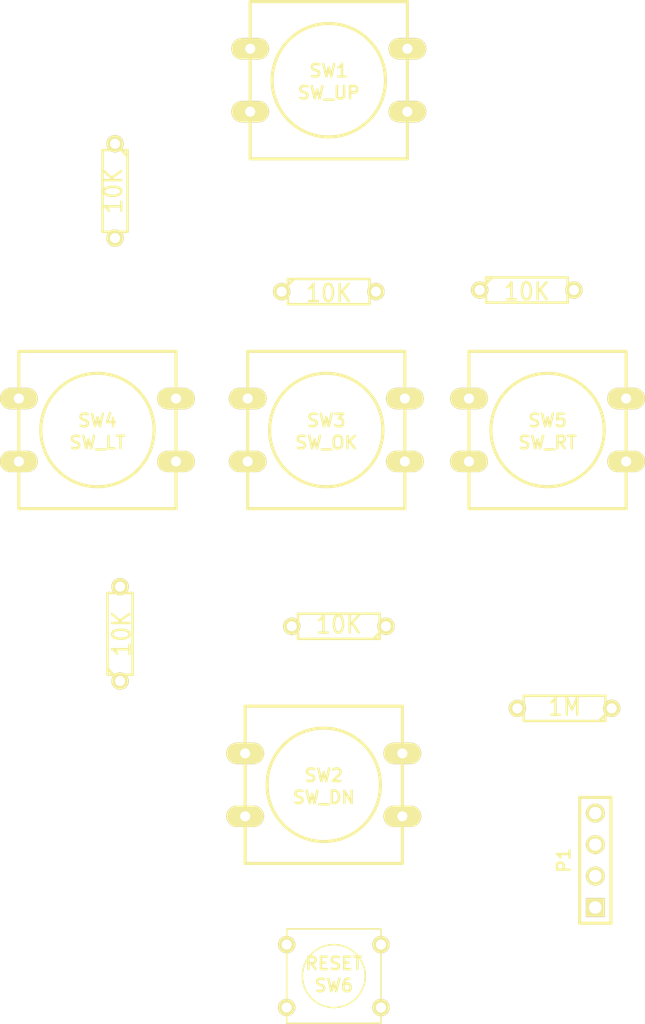
<source format=kicad_pcb>
(kicad_pcb (version 3) (host pcbnew "(2013-mar-13)-testing")

  (general
    (links 32)
    (no_connects 32)
    (area 182.2958 35.128199 234.9246 118.325901)
    (thickness 1.6)
    (drawings 0)
    (tracks 0)
    (zones 0)
    (modules 13)
    (nets 9)
  )

  (page A4)
  (layers
    (15 F.Cu signal)
    (0 B.Cu signal)
    (16 B.Adhes user)
    (17 F.Adhes user)
    (18 B.Paste user)
    (19 F.Paste user)
    (20 B.SilkS user)
    (21 F.SilkS user)
    (22 B.Mask user)
    (23 F.Mask user)
    (24 Dwgs.User user)
    (25 Cmts.User user)
    (26 Eco1.User user)
    (27 Eco2.User user)
    (28 Edge.Cuts user)
  )

  (setup
    (last_trace_width 0.254)
    (trace_clearance 0.254)
    (zone_clearance 0.508)
    (zone_45_only no)
    (trace_min 0.254)
    (segment_width 0.2)
    (edge_width 0.1)
    (via_size 0.889)
    (via_drill 0.635)
    (via_min_size 0.889)
    (via_min_drill 0.508)
    (uvia_size 0.508)
    (uvia_drill 0.127)
    (uvias_allowed no)
    (uvia_min_size 0.508)
    (uvia_min_drill 0.127)
    (pcb_text_width 0.3)
    (pcb_text_size 1.5 1.5)
    (mod_edge_width 0.15)
    (mod_text_size 1 1)
    (mod_text_width 0.15)
    (pad_size 1.5 1.5)
    (pad_drill 0.6)
    (pad_to_mask_clearance 0)
    (aux_axis_origin 0 0)
    (visible_elements FFFFFF7F)
    (pcbplotparams
      (layerselection 3178497)
      (usegerberextensions true)
      (excludeedgelayer true)
      (linewidth 0.150000)
      (plotframeref false)
      (viasonmask false)
      (mode 1)
      (useauxorigin false)
      (hpglpennumber 1)
      (hpglpenspeed 20)
      (hpglpendiameter 15)
      (hpglpenoverlay 2)
      (psnegative false)
      (psa4output false)
      (plotreference true)
      (plotvalue true)
      (plotothertext true)
      (plotinvisibletext false)
      (padsonsilk false)
      (subtractmaskfromsilk false)
      (outputformat 1)
      (mirror false)
      (drillshape 1)
      (scaleselection 1)
      (outputdirectory ""))
  )

  (net 0 "")
  (net 1 /SW)
  (net 2 GND)
  (net 3 N-000001)
  (net 4 N-000002)
  (net 5 N-000003)
  (net 6 N-000004)
  (net 7 N-000005)
  (net 8 N-000006)

  (net_class Default "This is the default net class."
    (clearance 0.254)
    (trace_width 0.254)
    (via_dia 0.889)
    (via_drill 0.635)
    (uvia_dia 0.508)
    (uvia_drill 0.127)
    (add_net "")
    (add_net /SW)
    (add_net GND)
    (add_net N-000001)
    (add_net N-000002)
    (add_net N-000003)
    (add_net N-000004)
    (add_net N-000005)
    (add_net N-000006)
  )

  (module PIN_ARRAY_4x1 (layer F.Cu) (tedit 4C10F42E) (tstamp 53040661)
    (at 230.6574 104.8512 90)
    (descr "Double rangee de contacts 2 x 5 pins")
    (tags CONN)
    (path /53040325)
    (fp_text reference P1 (at 0 -2.54 90) (layer F.SilkS)
      (effects (font (size 1.016 1.016) (thickness 0.2032)))
    )
    (fp_text value CONN_4 (at 0 2.54 90) (layer F.SilkS) hide
      (effects (font (size 1.016 1.016) (thickness 0.2032)))
    )
    (fp_line (start 5.08 1.27) (end -5.08 1.27) (layer F.SilkS) (width 0.254))
    (fp_line (start 5.08 -1.27) (end -5.08 -1.27) (layer F.SilkS) (width 0.254))
    (fp_line (start -5.08 -1.27) (end -5.08 1.27) (layer F.SilkS) (width 0.254))
    (fp_line (start 5.08 1.27) (end 5.08 -1.27) (layer F.SilkS) (width 0.254))
    (pad 1 thru_hole rect (at -3.81 0 90) (size 1.524 1.524) (drill 1.016)
      (layers *.Cu *.Mask F.SilkS)
      (net 3 N-000001)
    )
    (pad 2 thru_hole circle (at -1.27 0 90) (size 1.524 1.524) (drill 1.016)
      (layers *.Cu *.Mask F.SilkS)
      (net 1 /SW)
    )
    (pad 3 thru_hole circle (at 1.27 0 90) (size 1.524 1.524) (drill 1.016)
      (layers *.Cu *.Mask F.SilkS)
      (net 2 GND)
    )
    (pad 4 thru_hole circle (at 3.81 0 90) (size 1.524 1.524) (drill 1.016)
      (layers *.Cu *.Mask F.SilkS)
      (net 6 N-000004)
    )
    (model pin_array\pins_array_4x1.wrl
      (at (xyz 0 0 0))
      (scale (xyz 1 1 1))
      (rotate (xyz 0 0 0))
    )
  )

  (module R3 (layer F.Cu) (tedit 4E4C0E65) (tstamp 5304066F)
    (at 228.1682 92.583 180)
    (descr "Resitance 3 pas")
    (tags R)
    (path /5303F9C3)
    (autoplace_cost180 10)
    (fp_text reference R1 (at 0 0.127 180) (layer F.SilkS) hide
      (effects (font (size 1.397 1.27) (thickness 0.2032)))
    )
    (fp_text value 1M (at 0 0.127 180) (layer F.SilkS)
      (effects (font (size 1.397 1.27) (thickness 0.2032)))
    )
    (fp_line (start -3.81 0) (end -3.302 0) (layer F.SilkS) (width 0.2032))
    (fp_line (start 3.81 0) (end 3.302 0) (layer F.SilkS) (width 0.2032))
    (fp_line (start 3.302 0) (end 3.302 -1.016) (layer F.SilkS) (width 0.2032))
    (fp_line (start 3.302 -1.016) (end -3.302 -1.016) (layer F.SilkS) (width 0.2032))
    (fp_line (start -3.302 -1.016) (end -3.302 1.016) (layer F.SilkS) (width 0.2032))
    (fp_line (start -3.302 1.016) (end 3.302 1.016) (layer F.SilkS) (width 0.2032))
    (fp_line (start 3.302 1.016) (end 3.302 0) (layer F.SilkS) (width 0.2032))
    (fp_line (start -3.302 -0.508) (end -2.794 -1.016) (layer F.SilkS) (width 0.2032))
    (pad 1 thru_hole circle (at -3.81 0 180) (size 1.397 1.397) (drill 0.8128)
      (layers *.Cu *.Mask F.SilkS)
      (net 1 /SW)
    )
    (pad 2 thru_hole circle (at 3.81 0 180) (size 1.397 1.397) (drill 0.8128)
      (layers *.Cu *.Mask F.SilkS)
      (net 2 GND)
    )
    (model discret/resistor.wrl
      (at (xyz 0 0 0))
      (scale (xyz 0.3 0.3 0.3))
      (rotate (xyz 0 0 0))
    )
  )

  (module R3 (layer F.Cu) (tedit 53040803) (tstamp 5304067D)
    (at 191.8462 50.8 270)
    (descr "Resitance 3 pas")
    (tags R)
    (path /5304004E)
    (autoplace_cost180 10)
    (fp_text reference R2 (at 0 0.127 270) (layer F.SilkS) hide
      (effects (font (size 1.397 1.27) (thickness 0.2032)))
    )
    (fp_text value 10K (at 0 0.127 450) (layer F.SilkS)
      (effects (font (size 1.397 1.27) (thickness 0.2032)))
    )
    (fp_line (start -3.81 0) (end -3.302 0) (layer F.SilkS) (width 0.2032))
    (fp_line (start 3.81 0) (end 3.302 0) (layer F.SilkS) (width 0.2032))
    (fp_line (start 3.302 0) (end 3.302 -1.016) (layer F.SilkS) (width 0.2032))
    (fp_line (start 3.302 -1.016) (end -3.302 -1.016) (layer F.SilkS) (width 0.2032))
    (fp_line (start -3.302 -1.016) (end -3.302 1.016) (layer F.SilkS) (width 0.2032))
    (fp_line (start -3.302 1.016) (end 3.302 1.016) (layer F.SilkS) (width 0.2032))
    (fp_line (start 3.302 1.016) (end 3.302 0) (layer F.SilkS) (width 0.2032))
    (fp_line (start -3.302 -0.508) (end -2.794 -1.016) (layer F.SilkS) (width 0.2032))
    (pad 1 thru_hole circle (at -3.81 0 270) (size 1.397 1.397) (drill 0.8128)
      (layers *.Cu *.Mask F.SilkS)
      (net 3 N-000001)
    )
    (pad 2 thru_hole circle (at 3.81 0 270) (size 1.397 1.397) (drill 0.8128)
      (layers *.Cu *.Mask F.SilkS)
      (net 4 N-000002)
    )
    (model discret/resistor.wrl
      (at (xyz 0 0 0))
      (scale (xyz 0.3 0.3 0.3))
      (rotate (xyz 0 0 0))
    )
  )

  (module R3 (layer F.Cu) (tedit 4E4C0E65) (tstamp 5304068B)
    (at 209.931 85.9536 180)
    (descr "Resitance 3 pas")
    (tags R)
    (path /53040045)
    (autoplace_cost180 10)
    (fp_text reference R3 (at 0 0.127 180) (layer F.SilkS) hide
      (effects (font (size 1.397 1.27) (thickness 0.2032)))
    )
    (fp_text value 10K (at 0 0.127 180) (layer F.SilkS)
      (effects (font (size 1.397 1.27) (thickness 0.2032)))
    )
    (fp_line (start -3.81 0) (end -3.302 0) (layer F.SilkS) (width 0.2032))
    (fp_line (start 3.81 0) (end 3.302 0) (layer F.SilkS) (width 0.2032))
    (fp_line (start 3.302 0) (end 3.302 -1.016) (layer F.SilkS) (width 0.2032))
    (fp_line (start 3.302 -1.016) (end -3.302 -1.016) (layer F.SilkS) (width 0.2032))
    (fp_line (start -3.302 -1.016) (end -3.302 1.016) (layer F.SilkS) (width 0.2032))
    (fp_line (start -3.302 1.016) (end 3.302 1.016) (layer F.SilkS) (width 0.2032))
    (fp_line (start 3.302 1.016) (end 3.302 0) (layer F.SilkS) (width 0.2032))
    (fp_line (start -3.302 -0.508) (end -2.794 -1.016) (layer F.SilkS) (width 0.2032))
    (pad 1 thru_hole circle (at -3.81 0 180) (size 1.397 1.397) (drill 0.8128)
      (layers *.Cu *.Mask F.SilkS)
      (net 4 N-000002)
    )
    (pad 2 thru_hole circle (at 3.81 0 180) (size 1.397 1.397) (drill 0.8128)
      (layers *.Cu *.Mask F.SilkS)
      (net 8 N-000006)
    )
    (model discret/resistor.wrl
      (at (xyz 0 0 0))
      (scale (xyz 0.3 0.3 0.3))
      (rotate (xyz 0 0 0))
    )
  )

  (module R3 (layer F.Cu) (tedit 4E4C0E65) (tstamp 53040699)
    (at 192.2526 86.5632 90)
    (descr "Resitance 3 pas")
    (tags R)
    (path /5304003A)
    (autoplace_cost180 10)
    (fp_text reference R4 (at 0 0.127 90) (layer F.SilkS) hide
      (effects (font (size 1.397 1.27) (thickness 0.2032)))
    )
    (fp_text value 10K (at 0 0.127 90) (layer F.SilkS)
      (effects (font (size 1.397 1.27) (thickness 0.2032)))
    )
    (fp_line (start -3.81 0) (end -3.302 0) (layer F.SilkS) (width 0.2032))
    (fp_line (start 3.81 0) (end 3.302 0) (layer F.SilkS) (width 0.2032))
    (fp_line (start 3.302 0) (end 3.302 -1.016) (layer F.SilkS) (width 0.2032))
    (fp_line (start 3.302 -1.016) (end -3.302 -1.016) (layer F.SilkS) (width 0.2032))
    (fp_line (start -3.302 -1.016) (end -3.302 1.016) (layer F.SilkS) (width 0.2032))
    (fp_line (start -3.302 1.016) (end 3.302 1.016) (layer F.SilkS) (width 0.2032))
    (fp_line (start 3.302 1.016) (end 3.302 0) (layer F.SilkS) (width 0.2032))
    (fp_line (start -3.302 -0.508) (end -2.794 -1.016) (layer F.SilkS) (width 0.2032))
    (pad 1 thru_hole circle (at -3.81 0 90) (size 1.397 1.397) (drill 0.8128)
      (layers *.Cu *.Mask F.SilkS)
      (net 8 N-000006)
    )
    (pad 2 thru_hole circle (at 3.81 0 90) (size 1.397 1.397) (drill 0.8128)
      (layers *.Cu *.Mask F.SilkS)
      (net 7 N-000005)
    )
    (model discret/resistor.wrl
      (at (xyz 0 0 0))
      (scale (xyz 0.3 0.3 0.3))
      (rotate (xyz 0 0 0))
    )
  )

  (module R3 (layer F.Cu) (tedit 4E4C0E65) (tstamp 530406A7)
    (at 209.1182 58.928)
    (descr "Resitance 3 pas")
    (tags R)
    (path /53040032)
    (autoplace_cost180 10)
    (fp_text reference R5 (at 0 0.127) (layer F.SilkS) hide
      (effects (font (size 1.397 1.27) (thickness 0.2032)))
    )
    (fp_text value 10K (at 0 0.127) (layer F.SilkS)
      (effects (font (size 1.397 1.27) (thickness 0.2032)))
    )
    (fp_line (start -3.81 0) (end -3.302 0) (layer F.SilkS) (width 0.2032))
    (fp_line (start 3.81 0) (end 3.302 0) (layer F.SilkS) (width 0.2032))
    (fp_line (start 3.302 0) (end 3.302 -1.016) (layer F.SilkS) (width 0.2032))
    (fp_line (start 3.302 -1.016) (end -3.302 -1.016) (layer F.SilkS) (width 0.2032))
    (fp_line (start -3.302 -1.016) (end -3.302 1.016) (layer F.SilkS) (width 0.2032))
    (fp_line (start -3.302 1.016) (end 3.302 1.016) (layer F.SilkS) (width 0.2032))
    (fp_line (start 3.302 1.016) (end 3.302 0) (layer F.SilkS) (width 0.2032))
    (fp_line (start -3.302 -0.508) (end -2.794 -1.016) (layer F.SilkS) (width 0.2032))
    (pad 1 thru_hole circle (at -3.81 0) (size 1.397 1.397) (drill 0.8128)
      (layers *.Cu *.Mask F.SilkS)
      (net 7 N-000005)
    )
    (pad 2 thru_hole circle (at 3.81 0) (size 1.397 1.397) (drill 0.8128)
      (layers *.Cu *.Mask F.SilkS)
      (net 5 N-000003)
    )
    (model discret/resistor.wrl
      (at (xyz 0 0 0))
      (scale (xyz 0.3 0.3 0.3))
      (rotate (xyz 0 0 0))
    )
  )

  (module R3 (layer F.Cu) (tedit 530407D7) (tstamp 53040A13)
    (at 225.1202 58.801)
    (descr "Resitance 3 pas")
    (tags R)
    (path /5303FB7E)
    (autoplace_cost180 10)
    (fp_text reference R10 (at 0 0.127) (layer F.SilkS) hide
      (effects (font (size 1.397 1.27) (thickness 0.2032)))
    )
    (fp_text value 10K (at 0 0.127) (layer F.SilkS)
      (effects (font (size 1.397 1.27) (thickness 0.2032)))
    )
    (fp_line (start -3.81 0) (end -3.302 0) (layer F.SilkS) (width 0.2032))
    (fp_line (start 3.81 0) (end 3.302 0) (layer F.SilkS) (width 0.2032))
    (fp_line (start 3.302 0) (end 3.302 -1.016) (layer F.SilkS) (width 0.2032))
    (fp_line (start 3.302 -1.016) (end -3.302 -1.016) (layer F.SilkS) (width 0.2032))
    (fp_line (start -3.302 -1.016) (end -3.302 1.016) (layer F.SilkS) (width 0.2032))
    (fp_line (start -3.302 1.016) (end 3.302 1.016) (layer F.SilkS) (width 0.2032))
    (fp_line (start 3.302 1.016) (end 3.302 0) (layer F.SilkS) (width 0.2032))
    (fp_line (start -3.302 -0.508) (end -2.794 -1.016) (layer F.SilkS) (width 0.2032))
    (pad 1 thru_hole circle (at -3.81 0) (size 1.397 1.397) (drill 0.8128)
      (layers *.Cu *.Mask F.SilkS)
      (net 5 N-000003)
    )
    (pad 2 thru_hole circle (at 3.81 0) (size 1.397 1.397) (drill 0.8128)
      (layers *.Cu *.Mask F.SilkS)
      (net 2 GND)
    )
    (model discret/resistor.wrl
      (at (xyz 0 0 0))
      (scale (xyz 0.3 0.3 0.3))
      (rotate (xyz 0 0 0))
    )
  )

  (module SW_PUSH-12mm (layer F.Cu) (tedit 4C612761) (tstamp 530406C2)
    (at 209.1182 41.8592)
    (path /5303F58A)
    (fp_text reference SW1 (at 0 -0.762) (layer F.SilkS)
      (effects (font (size 1.016 1.016) (thickness 0.2032)))
    )
    (fp_text value SW_UP (at 0 1.016) (layer F.SilkS)
      (effects (font (size 1.016 1.016) (thickness 0.2032)))
    )
    (fp_circle (center 0 0) (end 3.81 2.54) (layer F.SilkS) (width 0.254))
    (fp_line (start -6.35 -6.35) (end 6.35 -6.35) (layer F.SilkS) (width 0.254))
    (fp_line (start 6.35 -6.35) (end 6.35 6.35) (layer F.SilkS) (width 0.254))
    (fp_line (start 6.35 6.35) (end -6.35 6.35) (layer F.SilkS) (width 0.254))
    (fp_line (start -6.35 6.35) (end -6.35 -6.35) (layer F.SilkS) (width 0.254))
    (pad 1 thru_hole oval (at 6.35 -2.54) (size 3.048 1.7272) (drill 0.8128)
      (layers *.Cu *.Mask F.SilkS)
      (net 3 N-000001)
    )
    (pad 2 thru_hole oval (at 6.35 2.54) (size 3.048 1.7272) (drill 0.8128)
      (layers *.Cu *.Mask F.SilkS)
      (net 1 /SW)
    )
    (pad 1 thru_hole oval (at -6.35 -2.54) (size 3.048 1.7272) (drill 0.8128)
      (layers *.Cu *.Mask F.SilkS)
      (net 3 N-000001)
    )
    (pad 2 thru_hole oval (at -6.35 2.54) (size 3.048 1.7272) (drill 0.8128)
      (layers *.Cu *.Mask F.SilkS)
      (net 1 /SW)
    )
  )

  (module SW_PUSH-12mm (layer F.Cu) (tedit 4C612761) (tstamp 530406CF)
    (at 208.7118 98.7552)
    (path /5303F7D6)
    (fp_text reference SW2 (at 0 -0.762) (layer F.SilkS)
      (effects (font (size 1.016 1.016) (thickness 0.2032)))
    )
    (fp_text value SW_DN (at 0 1.016) (layer F.SilkS)
      (effects (font (size 1.016 1.016) (thickness 0.2032)))
    )
    (fp_circle (center 0 0) (end 3.81 2.54) (layer F.SilkS) (width 0.254))
    (fp_line (start -6.35 -6.35) (end 6.35 -6.35) (layer F.SilkS) (width 0.254))
    (fp_line (start 6.35 -6.35) (end 6.35 6.35) (layer F.SilkS) (width 0.254))
    (fp_line (start 6.35 6.35) (end -6.35 6.35) (layer F.SilkS) (width 0.254))
    (fp_line (start -6.35 6.35) (end -6.35 -6.35) (layer F.SilkS) (width 0.254))
    (pad 1 thru_hole oval (at 6.35 -2.54) (size 3.048 1.7272) (drill 0.8128)
      (layers *.Cu *.Mask F.SilkS)
      (net 4 N-000002)
    )
    (pad 2 thru_hole oval (at 6.35 2.54) (size 3.048 1.7272) (drill 0.8128)
      (layers *.Cu *.Mask F.SilkS)
      (net 1 /SW)
    )
    (pad 1 thru_hole oval (at -6.35 -2.54) (size 3.048 1.7272) (drill 0.8128)
      (layers *.Cu *.Mask F.SilkS)
      (net 4 N-000002)
    )
    (pad 2 thru_hole oval (at -6.35 2.54) (size 3.048 1.7272) (drill 0.8128)
      (layers *.Cu *.Mask F.SilkS)
      (net 1 /SW)
    )
  )

  (module SW_PUSH-12mm (layer F.Cu) (tedit 4C612761) (tstamp 530406DC)
    (at 208.915 70.104)
    (path /5303F7F8)
    (fp_text reference SW3 (at 0 -0.762) (layer F.SilkS)
      (effects (font (size 1.016 1.016) (thickness 0.2032)))
    )
    (fp_text value SW_OK (at 0 1.016) (layer F.SilkS)
      (effects (font (size 1.016 1.016) (thickness 0.2032)))
    )
    (fp_circle (center 0 0) (end 3.81 2.54) (layer F.SilkS) (width 0.254))
    (fp_line (start -6.35 -6.35) (end 6.35 -6.35) (layer F.SilkS) (width 0.254))
    (fp_line (start 6.35 -6.35) (end 6.35 6.35) (layer F.SilkS) (width 0.254))
    (fp_line (start 6.35 6.35) (end -6.35 6.35) (layer F.SilkS) (width 0.254))
    (fp_line (start -6.35 6.35) (end -6.35 -6.35) (layer F.SilkS) (width 0.254))
    (pad 1 thru_hole oval (at 6.35 -2.54) (size 3.048 1.7272) (drill 0.8128)
      (layers *.Cu *.Mask F.SilkS)
      (net 8 N-000006)
    )
    (pad 2 thru_hole oval (at 6.35 2.54) (size 3.048 1.7272) (drill 0.8128)
      (layers *.Cu *.Mask F.SilkS)
      (net 1 /SW)
    )
    (pad 1 thru_hole oval (at -6.35 -2.54) (size 3.048 1.7272) (drill 0.8128)
      (layers *.Cu *.Mask F.SilkS)
      (net 8 N-000006)
    )
    (pad 2 thru_hole oval (at -6.35 2.54) (size 3.048 1.7272) (drill 0.8128)
      (layers *.Cu *.Mask F.SilkS)
      (net 1 /SW)
    )
  )

  (module SW_PUSH-12mm (layer F.Cu) (tedit 4C612761) (tstamp 530406E9)
    (at 190.4238 70.104)
    (path /5303F804)
    (fp_text reference SW4 (at 0 -0.762) (layer F.SilkS)
      (effects (font (size 1.016 1.016) (thickness 0.2032)))
    )
    (fp_text value SW_LT (at 0 1.016) (layer F.SilkS)
      (effects (font (size 1.016 1.016) (thickness 0.2032)))
    )
    (fp_circle (center 0 0) (end 3.81 2.54) (layer F.SilkS) (width 0.254))
    (fp_line (start -6.35 -6.35) (end 6.35 -6.35) (layer F.SilkS) (width 0.254))
    (fp_line (start 6.35 -6.35) (end 6.35 6.35) (layer F.SilkS) (width 0.254))
    (fp_line (start 6.35 6.35) (end -6.35 6.35) (layer F.SilkS) (width 0.254))
    (fp_line (start -6.35 6.35) (end -6.35 -6.35) (layer F.SilkS) (width 0.254))
    (pad 1 thru_hole oval (at 6.35 -2.54) (size 3.048 1.7272) (drill 0.8128)
      (layers *.Cu *.Mask F.SilkS)
      (net 7 N-000005)
    )
    (pad 2 thru_hole oval (at 6.35 2.54) (size 3.048 1.7272) (drill 0.8128)
      (layers *.Cu *.Mask F.SilkS)
      (net 1 /SW)
    )
    (pad 1 thru_hole oval (at -6.35 -2.54) (size 3.048 1.7272) (drill 0.8128)
      (layers *.Cu *.Mask F.SilkS)
      (net 7 N-000005)
    )
    (pad 2 thru_hole oval (at -6.35 2.54) (size 3.048 1.7272) (drill 0.8128)
      (layers *.Cu *.Mask F.SilkS)
      (net 1 /SW)
    )
  )

  (module SW_PUSH-12mm (layer F.Cu) (tedit 4C612761) (tstamp 530406F6)
    (at 226.7966 70.104)
    (path /5303F810)
    (fp_text reference SW5 (at 0 -0.762) (layer F.SilkS)
      (effects (font (size 1.016 1.016) (thickness 0.2032)))
    )
    (fp_text value SW_RT (at 0 1.016) (layer F.SilkS)
      (effects (font (size 1.016 1.016) (thickness 0.2032)))
    )
    (fp_circle (center 0 0) (end 3.81 2.54) (layer F.SilkS) (width 0.254))
    (fp_line (start -6.35 -6.35) (end 6.35 -6.35) (layer F.SilkS) (width 0.254))
    (fp_line (start 6.35 -6.35) (end 6.35 6.35) (layer F.SilkS) (width 0.254))
    (fp_line (start 6.35 6.35) (end -6.35 6.35) (layer F.SilkS) (width 0.254))
    (fp_line (start -6.35 6.35) (end -6.35 -6.35) (layer F.SilkS) (width 0.254))
    (pad 1 thru_hole oval (at 6.35 -2.54) (size 3.048 1.7272) (drill 0.8128)
      (layers *.Cu *.Mask F.SilkS)
      (net 5 N-000003)
    )
    (pad 2 thru_hole oval (at 6.35 2.54) (size 3.048 1.7272) (drill 0.8128)
      (layers *.Cu *.Mask F.SilkS)
      (net 1 /SW)
    )
    (pad 1 thru_hole oval (at -6.35 -2.54) (size 3.048 1.7272) (drill 0.8128)
      (layers *.Cu *.Mask F.SilkS)
      (net 5 N-000003)
    )
    (pad 2 thru_hole oval (at -6.35 2.54) (size 3.048 1.7272) (drill 0.8128)
      (layers *.Cu *.Mask F.SilkS)
      (net 1 /SW)
    )
  )

  (module SW_PUSH_SMALL (layer F.Cu) (tedit 46544DB3) (tstamp 530409E0)
    (at 209.5246 114.1984 180)
    (path /53040466)
    (fp_text reference SW6 (at 0 -0.762 180) (layer F.SilkS)
      (effects (font (size 1.016 1.016) (thickness 0.2032)))
    )
    (fp_text value RESET (at 0 1.016 180) (layer F.SilkS)
      (effects (font (size 1.016 1.016) (thickness 0.2032)))
    )
    (fp_circle (center 0 0) (end 0 -2.54) (layer F.SilkS) (width 0.127))
    (fp_line (start -3.81 -3.81) (end 3.81 -3.81) (layer F.SilkS) (width 0.127))
    (fp_line (start 3.81 -3.81) (end 3.81 3.81) (layer F.SilkS) (width 0.127))
    (fp_line (start 3.81 3.81) (end -3.81 3.81) (layer F.SilkS) (width 0.127))
    (fp_line (start -3.81 -3.81) (end -3.81 3.81) (layer F.SilkS) (width 0.127))
    (pad 1 thru_hole circle (at 3.81 -2.54 180) (size 1.397 1.397) (drill 0.8128)
      (layers *.Cu *.Mask F.SilkS)
      (net 2 GND)
    )
    (pad 2 thru_hole circle (at 3.81 2.54 180) (size 1.397 1.397) (drill 0.8128)
      (layers *.Cu *.Mask F.SilkS)
      (net 6 N-000004)
    )
    (pad 1 thru_hole circle (at -3.81 -2.54 180) (size 1.397 1.397) (drill 0.8128)
      (layers *.Cu *.Mask F.SilkS)
      (net 2 GND)
    )
    (pad 2 thru_hole circle (at -3.81 2.54 180) (size 1.397 1.397) (drill 0.8128)
      (layers *.Cu *.Mask F.SilkS)
      (net 6 N-000004)
    )
  )

)

</source>
